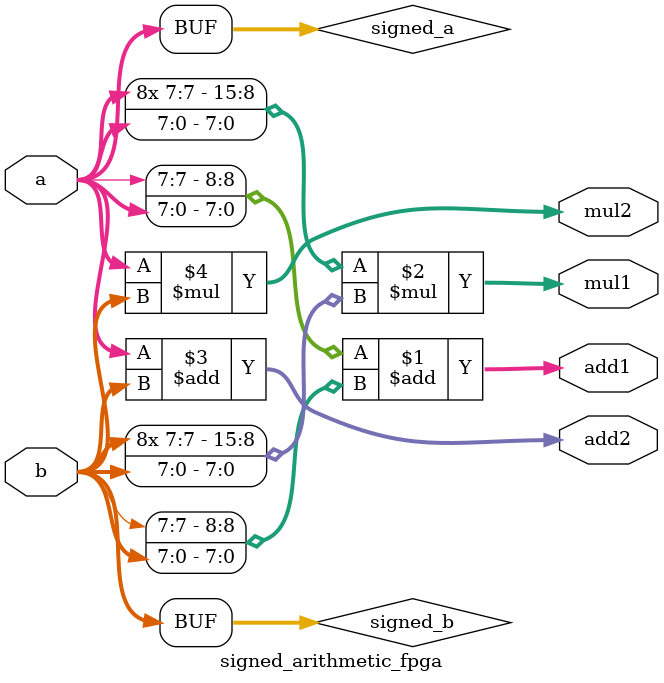
<source format=v>
module signed_arithmetic_fpga(
    input [7:0] a,       // 8-bit input a (unsigned)
    input [7:0] b,       // 8-bit input b (unsigned)
    output [8:0] add1,   // 9-bit output for signed addition (using $signed)
    output [8:0] add2,   // 9-bit output for signed addition (using signed keyword)
    output [15:0] mul1,  // 16-bit output for signed multiplication (using $signed)
    output [15:0] mul2   // 16-bit output for signed multiplication (using signed keyword)
);

    // Use $signed casting for signed operations
    assign add1 = $signed(a) + $signed(b);
    assign mul1 = $signed(a) * $signed(b);

    // Use signed keyword directly for signals
    wire signed [7:0] signed_a = a;  // Declare a as signed (this will properly interpret the sign)
    wire signed [7:0] signed_b = b;  // Declare b as signed (this will properly interpret the sign)

    assign add2 = signed_a + signed_b; // Addition with signed values
    assign mul2 = signed_a * signed_b; // Multiplication with signed values

endmodule

</source>
